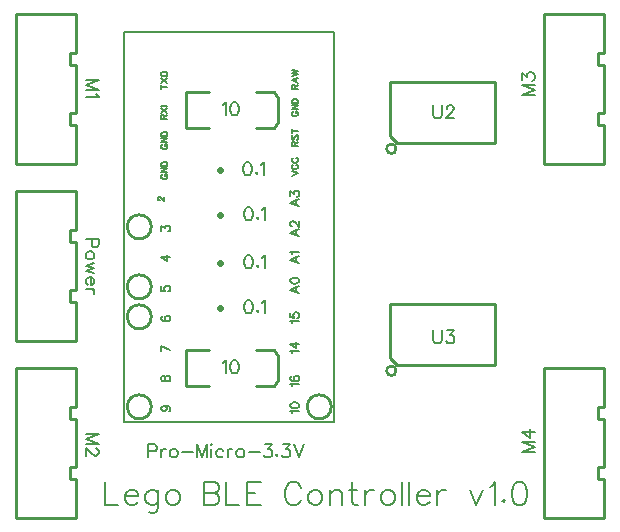
<source format=gto>
G04 ---------------------------- Layer name :TOP SILK LAYER*
G04 easyEDA 0.1*
G04 Scale: 100 percent, Rotated: No, Reflected: No *
G04 Dimensions in inches *
G04 leading zeros omitted , absolute positions ,2 integer and 4 * 
%FSLAX24Y24*%
%MOIN*%
G90*
G70D02*

%ADD10C,0.010000*%
%ADD11C,0.008000*%
%ADD12C,0.022000*%
%ADD13C,0.010000*%
%ADD14C,0.007000*%
%ADD15C,0.006000*%
%ADD16C,0.008000*%

%LPD*%
%LNVIA PAD TRACK COPPERAREA*%
G54D11*
G01X4100Y34300D02*
G01X4100Y21300D01*
G01X11100Y21300D01*
G01X11100Y34300D01*
G01X4100Y34300D01*
G54D10*
G01X12950Y32609D02*
G01X12950Y30830D01*
G01X13200Y30580D01*
G01X16450Y30580D01*
G01X16450Y32619D01*
G01X12950Y32619D01*
G01X12950Y25209D02*
G01X12950Y23430D01*
G01X13200Y23180D01*
G01X16450Y23180D01*
G01X16450Y25219D01*
G01X12950Y25219D01*
G01X500Y29000D02*
G01X2500Y29000D01*
G01X2500Y27700D01*
G01X2300Y27700D01*
G01X2300Y27300D01*
G01X2500Y27300D01*
G01X2500Y25700D01*
G01X2300Y25700D01*
G01X2300Y25300D01*
G01X2500Y25300D01*
G01X2500Y24000D01*
G01X500Y24000D01*
G01X500Y29000D01*
G01X500Y34900D02*
G01X2500Y34900D01*
G01X2500Y33600D01*
G01X2300Y33600D01*
G01X2300Y33200D01*
G01X2500Y33200D01*
G01X2500Y31600D01*
G01X2300Y31600D01*
G01X2300Y31200D01*
G01X2500Y31200D01*
G01X2500Y29900D01*
G01X500Y29900D01*
G01X500Y34900D01*
G01X500Y23100D02*
G01X2500Y23100D01*
G01X2500Y21800D01*
G01X2300Y21800D01*
G01X2300Y21400D01*
G01X2500Y21400D01*
G01X2500Y19800D01*
G01X2300Y19800D01*
G01X2300Y19400D01*
G01X2500Y19400D01*
G01X2500Y18100D01*
G01X500Y18100D01*
G01X500Y23100D01*
G01X18100Y34900D02*
G01X20100Y34900D01*
G01X20100Y33600D01*
G01X19900Y33600D01*
G01X19900Y33200D01*
G01X20100Y33200D01*
G01X20100Y31600D01*
G01X19900Y31600D01*
G01X19900Y31200D01*
G01X20100Y31200D01*
G01X20100Y29900D01*
G01X18100Y29900D01*
G01X18100Y34900D01*
G01X18100Y23100D02*
G01X20100Y23100D01*
G01X20100Y21800D01*
G01X19900Y21800D01*
G01X19900Y21400D01*
G01X20100Y21400D01*
G01X20100Y19800D01*
G01X19900Y19800D01*
G01X19900Y19400D01*
G01X20100Y19400D01*
G01X20100Y18100D01*
G01X18100Y18100D01*
G01X18100Y23100D01*
G01X6910Y31109D02*
G01X6160Y31109D01*
G01X6160Y32290D01*
G01X6910Y32290D01*
G01X8489Y32290D02*
G01X9080Y32290D01*
G01X9239Y32090D01*
G01X9239Y31309D01*
G01X9080Y31109D01*
G01X8489Y31109D01*
G54D12*
G01X7300Y29709D02*
G01X7300Y29690D01*
G01X7300Y28209D02*
G01X7300Y28190D01*
G54D10*
G01X6910Y22509D02*
G01X6160Y22509D01*
G01X6160Y23690D01*
G01X6910Y23690D01*
G01X8489Y23690D02*
G01X9080Y23690D01*
G01X9239Y23490D01*
G01X9239Y22709D01*
G01X9080Y22509D01*
G01X8489Y22509D01*
G54D12*
G01X7300Y26609D02*
G01X7300Y26590D01*
G01X7300Y25109D02*
G01X7300Y25090D01*
G54D14*
G01X4900Y20544D02*
G01X4900Y20115D01*
G01X4900Y20544D02*
G01X5084Y20544D01*
G01X5144Y20525D01*
G01X5165Y20505D01*
G01X5185Y20463D01*
G01X5185Y20402D01*
G01X5165Y20361D01*
G01X5144Y20340D01*
G01X5084Y20319D01*
G01X4900Y20319D01*
G01X5321Y20402D02*
G01X5321Y20115D01*
G01X5321Y20280D02*
G01X5342Y20340D01*
G01X5382Y20382D01*
G01X5423Y20402D01*
G01X5485Y20402D01*
G01X5722Y20402D02*
G01X5681Y20382D01*
G01X5639Y20340D01*
G01X5619Y20280D01*
G01X5619Y20238D01*
G01X5639Y20177D01*
G01X5681Y20136D01*
G01X5722Y20115D01*
G01X5784Y20115D01*
G01X5825Y20136D01*
G01X5864Y20177D01*
G01X5885Y20238D01*
G01X5885Y20280D01*
G01X5864Y20340D01*
G01X5825Y20382D01*
G01X5784Y20402D01*
G01X5722Y20402D01*
G01X6021Y20300D02*
G01X6389Y20300D01*
G01X6523Y20544D02*
G01X6523Y20115D01*
G01X6523Y20544D02*
G01X6688Y20115D01*
G01X6851Y20544D02*
G01X6688Y20115D01*
G01X6851Y20544D02*
G01X6851Y20115D01*
G01X6985Y20544D02*
G01X7006Y20525D01*
G01X7027Y20544D01*
G01X7006Y20565D01*
G01X6985Y20544D01*
G01X7006Y20402D02*
G01X7006Y20115D01*
G01X7407Y20340D02*
G01X7367Y20382D01*
G01X7326Y20402D01*
G01X7264Y20402D01*
G01X7223Y20382D01*
G01X7182Y20340D01*
G01X7161Y20280D01*
G01X7161Y20238D01*
G01X7182Y20177D01*
G01X7223Y20136D01*
G01X7264Y20115D01*
G01X7326Y20115D01*
G01X7367Y20136D01*
G01X7407Y20177D01*
G01X7543Y20402D02*
G01X7543Y20115D01*
G01X7543Y20280D02*
G01X7563Y20340D01*
G01X7603Y20382D01*
G01X7644Y20402D01*
G01X7706Y20402D01*
G01X7943Y20402D02*
G01X7902Y20382D01*
G01X7861Y20340D01*
G01X7840Y20280D01*
G01X7840Y20238D01*
G01X7861Y20177D01*
G01X7902Y20136D01*
G01X7943Y20115D01*
G01X8005Y20115D01*
G01X8046Y20136D01*
G01X8086Y20177D01*
G01X8106Y20238D01*
G01X8106Y20280D01*
G01X8086Y20340D01*
G01X8046Y20382D01*
G01X8005Y20402D01*
G01X7943Y20402D01*
G01X8242Y20300D02*
G01X8610Y20300D01*
G01X8785Y20544D02*
G01X9010Y20544D01*
G01X8889Y20382D01*
G01X8950Y20382D01*
G01X8990Y20361D01*
G01X9010Y20340D01*
G01X9031Y20280D01*
G01X9031Y20238D01*
G01X9010Y20177D01*
G01X8969Y20136D01*
G01X8909Y20115D01*
G01X8847Y20115D01*
G01X8785Y20136D01*
G01X8765Y20157D01*
G01X8744Y20198D01*
G01X9186Y20217D02*
G01X9167Y20198D01*
G01X9186Y20177D01*
G01X9207Y20198D01*
G01X9186Y20217D01*
G01X9384Y20544D02*
G01X9609Y20544D01*
G01X9485Y20382D01*
G01X9547Y20382D01*
G01X9588Y20361D01*
G01X9609Y20340D01*
G01X9628Y20280D01*
G01X9628Y20238D01*
G01X9609Y20177D01*
G01X9568Y20136D01*
G01X9506Y20115D01*
G01X9444Y20115D01*
G01X9384Y20136D01*
G01X9363Y20157D01*
G01X9343Y20198D01*
G01X9764Y20544D02*
G01X9927Y20115D01*
G01X10090Y20544D02*
G01X9927Y20115D01*
G54D15*
G01X5431Y21827D02*
G01X5472Y21813D01*
G01X5500Y21786D01*
G01X5514Y21744D01*
G01X5514Y21732D01*
G01X5500Y21690D01*
G01X5472Y21663D01*
G01X5431Y21650D01*
G01X5418Y21650D01*
G01X5377Y21663D01*
G01X5350Y21690D01*
G01X5335Y21732D01*
G01X5335Y21744D01*
G01X5350Y21786D01*
G01X5377Y21813D01*
G01X5431Y21827D01*
G01X5500Y21827D01*
G01X5568Y21813D01*
G01X5609Y21786D01*
G01X5622Y21744D01*
G01X5622Y21717D01*
G01X5609Y21677D01*
G01X5581Y21663D01*
G01X5335Y22717D02*
G01X5350Y22677D01*
G01X5377Y22663D01*
G01X5405Y22663D01*
G01X5431Y22677D01*
G01X5444Y22705D01*
G01X5459Y22759D01*
G01X5472Y22800D01*
G01X5500Y22827D01*
G01X5527Y22840D01*
G01X5568Y22840D01*
G01X5594Y22827D01*
G01X5609Y22813D01*
G01X5622Y22773D01*
G01X5622Y22717D01*
G01X5609Y22677D01*
G01X5594Y22663D01*
G01X5568Y22650D01*
G01X5527Y22650D01*
G01X5500Y22663D01*
G01X5472Y22690D01*
G01X5459Y22732D01*
G01X5444Y22786D01*
G01X5431Y22813D01*
G01X5405Y22827D01*
G01X5377Y22827D01*
G01X5350Y22813D01*
G01X5335Y22773D01*
G01X5335Y22717D01*
G01X5335Y23840D02*
G01X5622Y23705D01*
G01X5335Y23650D02*
G01X5335Y23840D01*
G01X5377Y24813D02*
G01X5350Y24800D01*
G01X5335Y24759D01*
G01X5335Y24732D01*
G01X5350Y24690D01*
G01X5390Y24663D01*
G01X5459Y24650D01*
G01X5527Y24650D01*
G01X5581Y24663D01*
G01X5609Y24690D01*
G01X5622Y24732D01*
G01X5622Y24744D01*
G01X5609Y24786D01*
G01X5581Y24813D01*
G01X5540Y24827D01*
G01X5527Y24827D01*
G01X5485Y24813D01*
G01X5459Y24786D01*
G01X5444Y24744D01*
G01X5444Y24732D01*
G01X5459Y24690D01*
G01X5485Y24663D01*
G01X5527Y24650D01*
G01X5335Y25813D02*
G01X5335Y25677D01*
G01X5459Y25663D01*
G01X5444Y25677D01*
G01X5431Y25717D01*
G01X5431Y25759D01*
G01X5444Y25800D01*
G01X5472Y25827D01*
G01X5514Y25840D01*
G01X5540Y25840D01*
G01X5581Y25827D01*
G01X5609Y25800D01*
G01X5622Y25759D01*
G01X5622Y25717D01*
G01X5609Y25677D01*
G01X5594Y25663D01*
G01X5568Y25650D01*
G01X5335Y26786D02*
G01X5527Y26650D01*
G01X5527Y26855D01*
G01X5335Y26786D02*
G01X5622Y26786D01*
G01X5335Y27677D02*
G01X5335Y27827D01*
G01X5444Y27744D01*
G01X5444Y27786D01*
G01X5459Y27813D01*
G01X5472Y27827D01*
G01X5514Y27840D01*
G01X5540Y27840D01*
G01X5581Y27827D01*
G01X5609Y27800D01*
G01X5622Y27759D01*
G01X5622Y27717D01*
G01X5609Y27677D01*
G01X5594Y27663D01*
G01X5568Y27650D01*
G01X5280Y28680D02*
G01X5269Y28680D01*
G01X5250Y28690D01*
G01X5239Y28700D01*
G01X5230Y28719D01*
G01X5230Y28759D01*
G01X5239Y28780D01*
G01X5250Y28790D01*
G01X5269Y28800D01*
G01X5289Y28800D01*
G01X5310Y28790D01*
G01X5339Y28769D01*
G01X5439Y28669D01*
G01X5439Y28809D01*
G01X5380Y29550D02*
G01X5360Y29540D01*
G01X5339Y29519D01*
G01X5330Y29500D01*
G01X5330Y29459D01*
G01X5339Y29440D01*
G01X5360Y29419D01*
G01X5380Y29409D01*
G01X5410Y29400D01*
G01X5460Y29400D01*
G01X5489Y29409D01*
G01X5510Y29419D01*
G01X5530Y29440D01*
G01X5539Y29459D01*
G01X5539Y29500D01*
G01X5530Y29519D01*
G01X5510Y29540D01*
G01X5489Y29550D01*
G01X5460Y29550D01*
G01X5460Y29500D02*
G01X5460Y29550D01*
G01X5330Y29615D02*
G01X5539Y29615D01*
G01X5330Y29615D02*
G01X5539Y29755D01*
G01X5330Y29755D02*
G01X5539Y29755D01*
G01X5330Y29821D02*
G01X5539Y29821D01*
G01X5330Y29821D02*
G01X5330Y29892D01*
G01X5339Y29921D01*
G01X5360Y29942D01*
G01X5380Y29952D01*
G01X5410Y29961D01*
G01X5460Y29961D01*
G01X5489Y29952D01*
G01X5510Y29942D01*
G01X5530Y29921D01*
G01X5539Y29892D01*
G01X5539Y29821D01*
G01X5380Y30550D02*
G01X5360Y30540D01*
G01X5339Y30519D01*
G01X5330Y30500D01*
G01X5330Y30459D01*
G01X5339Y30440D01*
G01X5360Y30419D01*
G01X5380Y30409D01*
G01X5410Y30400D01*
G01X5460Y30400D01*
G01X5489Y30409D01*
G01X5510Y30419D01*
G01X5530Y30440D01*
G01X5539Y30459D01*
G01X5539Y30500D01*
G01X5530Y30519D01*
G01X5510Y30540D01*
G01X5489Y30550D01*
G01X5460Y30550D01*
G01X5460Y30500D02*
G01X5460Y30550D01*
G01X5330Y30615D02*
G01X5539Y30615D01*
G01X5330Y30615D02*
G01X5539Y30755D01*
G01X5330Y30755D02*
G01X5539Y30755D01*
G01X5330Y30821D02*
G01X5539Y30821D01*
G01X5330Y30821D02*
G01X5330Y30892D01*
G01X5339Y30921D01*
G01X5360Y30942D01*
G01X5380Y30952D01*
G01X5410Y30961D01*
G01X5460Y30961D01*
G01X5489Y30952D01*
G01X5510Y30942D01*
G01X5530Y30921D01*
G01X5539Y30892D01*
G01X5539Y30821D01*
G01X5330Y31400D02*
G01X5539Y31400D01*
G01X5330Y31400D02*
G01X5330Y31490D01*
G01X5339Y31519D01*
G01X5350Y31530D01*
G01X5369Y31540D01*
G01X5389Y31540D01*
G01X5410Y31530D01*
G01X5419Y31519D01*
G01X5430Y31490D01*
G01X5430Y31400D01*
G01X5430Y31469D02*
G01X5539Y31540D01*
G01X5330Y31605D02*
G01X5539Y31746D01*
G01X5330Y31746D02*
G01X5539Y31605D01*
G01X5330Y31811D02*
G01X5539Y31811D01*
G01X5330Y32469D02*
G01X5539Y32469D01*
G01X5330Y32400D02*
G01X5330Y32540D01*
G01X5330Y32605D02*
G01X5539Y32746D01*
G01X5330Y32746D02*
G01X5539Y32605D01*
G01X5330Y32871D02*
G01X5339Y32852D01*
G01X5360Y32832D01*
G01X5380Y32821D01*
G01X5410Y32811D01*
G01X5460Y32811D01*
G01X5489Y32821D01*
G01X5510Y32832D01*
G01X5530Y32852D01*
G01X5539Y32871D01*
G01X5539Y32911D01*
G01X5530Y32932D01*
G01X5510Y32952D01*
G01X5489Y32961D01*
G01X5460Y32971D01*
G01X5410Y32971D01*
G01X5380Y32961D01*
G01X5360Y32952D01*
G01X5339Y32932D01*
G01X5330Y32911D01*
G01X5330Y32871D01*
G01X9680Y32400D02*
G01X9889Y32400D01*
G01X9680Y32400D02*
G01X9680Y32490D01*
G01X9689Y32519D01*
G01X9700Y32530D01*
G01X9719Y32540D01*
G01X9739Y32540D01*
G01X9760Y32530D01*
G01X9769Y32519D01*
G01X9780Y32490D01*
G01X9780Y32400D01*
G01X9780Y32469D02*
G01X9889Y32540D01*
G01X9680Y32686D02*
G01X9889Y32605D01*
G01X9680Y32686D02*
G01X9889Y32765D01*
G01X9819Y32636D02*
G01X9819Y32736D01*
G01X9680Y32832D02*
G01X9889Y32882D01*
G01X9680Y32932D02*
G01X9889Y32882D01*
G01X9680Y32932D02*
G01X9889Y32982D01*
G01X9680Y33032D02*
G01X9889Y32982D01*
G01X9730Y31650D02*
G01X9710Y31640D01*
G01X9689Y31619D01*
G01X9680Y31600D01*
G01X9680Y31559D01*
G01X9689Y31540D01*
G01X9710Y31519D01*
G01X9730Y31509D01*
G01X9760Y31500D01*
G01X9810Y31500D01*
G01X9839Y31509D01*
G01X9860Y31519D01*
G01X9880Y31540D01*
G01X9889Y31559D01*
G01X9889Y31600D01*
G01X9880Y31619D01*
G01X9860Y31640D01*
G01X9839Y31650D01*
G01X9810Y31650D01*
G01X9810Y31600D02*
G01X9810Y31650D01*
G01X9680Y31715D02*
G01X9889Y31715D01*
G01X9680Y31715D02*
G01X9889Y31855D01*
G01X9680Y31855D02*
G01X9889Y31855D01*
G01X9680Y31921D02*
G01X9889Y31921D01*
G01X9680Y31921D02*
G01X9680Y31992D01*
G01X9689Y32021D01*
G01X9710Y32042D01*
G01X9730Y32052D01*
G01X9760Y32061D01*
G01X9810Y32061D01*
G01X9839Y32052D01*
G01X9860Y32042D01*
G01X9880Y32021D01*
G01X9889Y31992D01*
G01X9889Y31921D01*
G01X9680Y30500D02*
G01X9889Y30500D01*
G01X9680Y30500D02*
G01X9680Y30590D01*
G01X9689Y30619D01*
G01X9700Y30630D01*
G01X9719Y30640D01*
G01X9739Y30640D01*
G01X9760Y30630D01*
G01X9769Y30619D01*
G01X9780Y30590D01*
G01X9780Y30500D01*
G01X9780Y30569D02*
G01X9889Y30640D01*
G01X9710Y30846D02*
G01X9689Y30826D01*
G01X9680Y30796D01*
G01X9680Y30755D01*
G01X9689Y30726D01*
G01X9710Y30705D01*
G01X9730Y30705D01*
G01X9750Y30715D01*
G01X9760Y30726D01*
G01X9769Y30746D01*
G01X9789Y30805D01*
G01X9800Y30826D01*
G01X9810Y30836D01*
G01X9830Y30846D01*
G01X9860Y30846D01*
G01X9880Y30826D01*
G01X9889Y30796D01*
G01X9889Y30755D01*
G01X9880Y30726D01*
G01X9860Y30705D01*
G01X9680Y30982D02*
G01X9889Y30982D01*
G01X9680Y30911D02*
G01X9680Y31052D01*
G01X9680Y29500D02*
G01X9889Y29580D01*
G01X9680Y29659D02*
G01X9889Y29580D01*
G01X9730Y29876D02*
G01X9710Y29865D01*
G01X9689Y29846D01*
G01X9680Y29826D01*
G01X9680Y29786D01*
G01X9689Y29765D01*
G01X9710Y29746D01*
G01X9730Y29736D01*
G01X9760Y29726D01*
G01X9810Y29726D01*
G01X9839Y29736D01*
G01X9860Y29746D01*
G01X9880Y29765D01*
G01X9889Y29786D01*
G01X9889Y29826D01*
G01X9880Y29846D01*
G01X9860Y29865D01*
G01X9839Y29876D01*
G01X9730Y30092D02*
G01X9710Y30082D01*
G01X9689Y30061D01*
G01X9680Y30042D01*
G01X9680Y30002D01*
G01X9689Y29982D01*
G01X9710Y29961D01*
G01X9730Y29952D01*
G01X9760Y29942D01*
G01X9810Y29942D01*
G01X9839Y29952D01*
G01X9860Y29961D01*
G01X9880Y29982D01*
G01X9889Y30002D01*
G01X9889Y30042D01*
G01X9880Y30061D01*
G01X9860Y30082D01*
G01X9839Y30092D01*
G01X9635Y28609D02*
G01X9922Y28500D01*
G01X9635Y28609D02*
G01X9922Y28717D01*
G01X9827Y28540D02*
G01X9827Y28677D01*
G01X9635Y28834D02*
G01X9635Y28984D01*
G01X9744Y28903D01*
G01X9744Y28944D01*
G01X9759Y28971D01*
G01X9772Y28984D01*
G01X9814Y28998D01*
G01X9840Y28998D01*
G01X9881Y28984D01*
G01X9909Y28957D01*
G01X9922Y28917D01*
G01X9922Y28876D01*
G01X9909Y28834D01*
G01X9894Y28821D01*
G01X9868Y28807D01*
G01X9635Y27609D02*
G01X9922Y27500D01*
G01X9635Y27609D02*
G01X9922Y27717D01*
G01X9827Y27540D02*
G01X9827Y27677D01*
G01X9705Y27821D02*
G01X9690Y27821D01*
G01X9664Y27834D01*
G01X9650Y27848D01*
G01X9635Y27876D01*
G01X9635Y27930D01*
G01X9650Y27957D01*
G01X9664Y27971D01*
G01X9690Y27984D01*
G01X9718Y27984D01*
G01X9744Y27971D01*
G01X9785Y27944D01*
G01X9922Y27807D01*
G01X9922Y27998D01*
G01X9635Y26709D02*
G01X9922Y26600D01*
G01X9635Y26709D02*
G01X9922Y26817D01*
G01X9827Y26640D02*
G01X9827Y26777D01*
G01X9690Y26907D02*
G01X9677Y26934D01*
G01X9635Y26976D01*
G01X9922Y26976D01*
G01X9635Y25709D02*
G01X9922Y25600D01*
G01X9635Y25709D02*
G01X9922Y25817D01*
G01X9827Y25640D02*
G01X9827Y25777D01*
G01X9635Y25990D02*
G01X9650Y25948D01*
G01X9690Y25921D01*
G01X9759Y25907D01*
G01X9800Y25907D01*
G01X9868Y25921D01*
G01X9909Y25948D01*
G01X9922Y25990D01*
G01X9922Y26017D01*
G01X9909Y26057D01*
G01X9868Y26084D01*
G01X9800Y26098D01*
G01X9759Y26098D01*
G01X9690Y26084D01*
G01X9650Y26057D01*
G01X9635Y26017D01*
G01X9635Y25990D01*
G01X9690Y24600D02*
G01X9677Y24627D01*
G01X9635Y24667D01*
G01X9922Y24667D01*
G01X9635Y24921D02*
G01X9635Y24784D01*
G01X9759Y24771D01*
G01X9744Y24784D01*
G01X9731Y24826D01*
G01X9731Y24867D01*
G01X9744Y24907D01*
G01X9772Y24934D01*
G01X9814Y24948D01*
G01X9840Y24948D01*
G01X9881Y24934D01*
G01X9909Y24907D01*
G01X9922Y24867D01*
G01X9922Y24826D01*
G01X9909Y24784D01*
G01X9894Y24771D01*
G01X9868Y24757D01*
G01X9690Y23600D02*
G01X9677Y23627D01*
G01X9635Y23667D01*
G01X9922Y23667D01*
G01X9635Y23894D02*
G01X9827Y23757D01*
G01X9827Y23963D01*
G01X9635Y23894D02*
G01X9922Y23894D01*
G01X9690Y22500D02*
G01X9677Y22527D01*
G01X9635Y22567D01*
G01X9922Y22567D01*
G01X9677Y22821D02*
G01X9650Y22807D01*
G01X9635Y22767D01*
G01X9635Y22740D01*
G01X9650Y22698D01*
G01X9690Y22671D01*
G01X9759Y22657D01*
G01X9827Y22657D01*
G01X9881Y22671D01*
G01X9909Y22698D01*
G01X9922Y22740D01*
G01X9922Y22753D01*
G01X9909Y22794D01*
G01X9881Y22821D01*
G01X9840Y22834D01*
G01X9827Y22834D01*
G01X9785Y22821D01*
G01X9759Y22794D01*
G01X9744Y22753D01*
G01X9744Y22740D01*
G01X9759Y22698D01*
G01X9785Y22671D01*
G01X9827Y22657D01*
G01X9690Y21600D02*
G01X9677Y21627D01*
G01X9635Y21667D01*
G01X9922Y21667D01*
G01X9635Y21840D02*
G01X9650Y21798D01*
G01X9690Y21771D01*
G01X9759Y21757D01*
G01X9800Y21757D01*
G01X9868Y21771D01*
G01X9909Y21798D01*
G01X9922Y21840D01*
G01X9922Y21867D01*
G01X9909Y21907D01*
G01X9868Y21934D01*
G01X9800Y21948D01*
G01X9759Y21948D01*
G01X9690Y21934D01*
G01X9650Y21907D01*
G01X9635Y21867D01*
G01X9635Y21840D01*
G54D14*
G01X14400Y31844D02*
G01X14400Y31538D01*
G01X14419Y31477D01*
G01X14460Y31436D01*
G01X14522Y31415D01*
G01X14564Y31415D01*
G01X14625Y31436D01*
G01X14665Y31477D01*
G01X14685Y31538D01*
G01X14685Y31844D01*
G01X14842Y31742D02*
G01X14842Y31763D01*
G01X14861Y31803D01*
G01X14882Y31825D01*
G01X14923Y31844D01*
G01X15005Y31844D01*
G01X15046Y31825D01*
G01X15067Y31803D01*
G01X15086Y31763D01*
G01X15086Y31721D01*
G01X15067Y31680D01*
G01X15026Y31619D01*
G01X14821Y31415D01*
G01X15107Y31415D01*
G01X14400Y24344D02*
G01X14400Y24038D01*
G01X14419Y23977D01*
G01X14460Y23936D01*
G01X14522Y23915D01*
G01X14564Y23915D01*
G01X14625Y23936D01*
G01X14665Y23977D01*
G01X14685Y24038D01*
G01X14685Y24344D01*
G01X14861Y24344D02*
G01X15086Y24344D01*
G01X14964Y24180D01*
G01X15026Y24180D01*
G01X15067Y24161D01*
G01X15086Y24140D01*
G01X15107Y24078D01*
G01X15107Y24038D01*
G01X15086Y23977D01*
G01X15046Y23936D01*
G01X14985Y23915D01*
G01X14923Y23915D01*
G01X14861Y23936D01*
G01X14842Y23955D01*
G01X14821Y23996D01*
G01X3244Y27400D02*
G01X2815Y27400D01*
G01X3244Y27400D02*
G01X3244Y27215D01*
G01X3225Y27155D01*
G01X3205Y27134D01*
G01X3163Y27113D01*
G01X3101Y27113D01*
G01X3061Y27134D01*
G01X3040Y27155D01*
G01X3019Y27215D01*
G01X3019Y27400D01*
G01X3101Y26876D02*
G01X3082Y26917D01*
G01X3040Y26957D01*
G01X2980Y26978D01*
G01X2938Y26978D01*
G01X2876Y26957D01*
G01X2836Y26917D01*
G01X2815Y26876D01*
G01X2815Y26815D01*
G01X2836Y26773D01*
G01X2876Y26732D01*
G01X2938Y26713D01*
G01X2980Y26713D01*
G01X3040Y26732D01*
G01X3082Y26773D01*
G01X3101Y26815D01*
G01X3101Y26876D01*
G01X3101Y26578D02*
G01X2815Y26496D01*
G01X3101Y26413D02*
G01X2815Y26496D01*
G01X3101Y26413D02*
G01X2815Y26332D01*
G01X3101Y26250D02*
G01X2815Y26332D01*
G01X2980Y26115D02*
G01X2980Y25869D01*
G01X3019Y25869D01*
G01X3061Y25890D01*
G01X3082Y25911D01*
G01X3101Y25952D01*
G01X3101Y26013D01*
G01X3082Y26053D01*
G01X3040Y26094D01*
G01X2980Y26115D01*
G01X2938Y26115D01*
G01X2876Y26094D01*
G01X2836Y26053D01*
G01X2815Y26013D01*
G01X2815Y25952D01*
G01X2836Y25911D01*
G01X2876Y25869D01*
G01X3101Y25734D02*
G01X2815Y25734D01*
G01X2980Y25734D02*
G01X3040Y25715D01*
G01X3082Y25673D01*
G01X3101Y25632D01*
G01X3101Y25571D01*
G01X3244Y32700D02*
G01X2815Y32700D01*
G01X3244Y32700D02*
G01X2815Y32536D01*
G01X3244Y32373D02*
G01X2815Y32536D01*
G01X3244Y32373D02*
G01X2815Y32373D01*
G01X3163Y32238D02*
G01X3184Y32196D01*
G01X3244Y32134D01*
G01X2815Y32134D01*
G01X3244Y20900D02*
G01X2815Y20900D01*
G01X3244Y20900D02*
G01X2815Y20736D01*
G01X3244Y20573D02*
G01X2815Y20736D01*
G01X3244Y20573D02*
G01X2815Y20573D01*
G01X3142Y20417D02*
G01X3163Y20417D01*
G01X3205Y20396D01*
G01X3225Y20376D01*
G01X3244Y20334D01*
G01X3244Y20253D01*
G01X3225Y20213D01*
G01X3205Y20192D01*
G01X3163Y20171D01*
G01X3123Y20171D01*
G01X3082Y20192D01*
G01X3019Y20232D01*
G01X2815Y20438D01*
G01X2815Y20151D01*
G01X17355Y32200D02*
G01X17784Y32200D01*
G01X17355Y32200D02*
G01X17784Y32363D01*
G01X17355Y32527D02*
G01X17784Y32363D01*
G01X17355Y32527D02*
G01X17784Y32527D01*
G01X17355Y32703D02*
G01X17355Y32928D01*
G01X17518Y32805D01*
G01X17518Y32867D01*
G01X17539Y32907D01*
G01X17559Y32928D01*
G01X17619Y32948D01*
G01X17660Y32948D01*
G01X17722Y32928D01*
G01X17764Y32886D01*
G01X17784Y32826D01*
G01X17784Y32765D01*
G01X17764Y32703D01*
G01X17743Y32682D01*
G01X17702Y32661D01*
G01X17355Y20300D02*
G01X17784Y20300D01*
G01X17355Y20300D02*
G01X17784Y20463D01*
G01X17355Y20627D02*
G01X17784Y20463D01*
G01X17355Y20627D02*
G01X17784Y20627D01*
G01X17355Y20967D02*
G01X17640Y20761D01*
G01X17640Y21069D01*
G01X17355Y20967D02*
G01X17784Y20967D01*
G01X7400Y31863D02*
G01X7440Y31884D01*
G01X7502Y31944D01*
G01X7502Y31515D01*
G01X7760Y31944D02*
G01X7698Y31925D01*
G01X7657Y31863D01*
G01X7636Y31761D01*
G01X7636Y31700D01*
G01X7657Y31598D01*
G01X7698Y31536D01*
G01X7760Y31515D01*
G01X7801Y31515D01*
G01X7861Y31536D01*
G01X7902Y31598D01*
G01X7923Y31700D01*
G01X7923Y31761D01*
G01X7902Y31863D01*
G01X7861Y31925D01*
G01X7801Y31944D01*
G01X7760Y31944D01*
G01X8193Y29944D02*
G01X8131Y29925D01*
G01X8089Y29863D01*
G01X8069Y29761D01*
G01X8069Y29700D01*
G01X8089Y29598D01*
G01X8131Y29536D01*
G01X8193Y29515D01*
G01X8234Y29515D01*
G01X8294Y29536D01*
G01X8335Y29598D01*
G01X8356Y29700D01*
G01X8356Y29761D01*
G01X8335Y29863D01*
G01X8294Y29925D01*
G01X8234Y29944D01*
G01X8193Y29944D01*
G01X8511Y29617D02*
G01X8490Y29598D01*
G01X8511Y29577D01*
G01X8531Y29598D01*
G01X8511Y29617D01*
G01X8667Y29863D02*
G01X8707Y29884D01*
G01X8769Y29944D01*
G01X8769Y29515D01*
G01X8222Y28444D02*
G01X8160Y28425D01*
G01X8119Y28363D01*
G01X8100Y28261D01*
G01X8100Y28200D01*
G01X8119Y28098D01*
G01X8160Y28036D01*
G01X8222Y28015D01*
G01X8264Y28015D01*
G01X8325Y28036D01*
G01X8365Y28098D01*
G01X8385Y28200D01*
G01X8385Y28261D01*
G01X8365Y28363D01*
G01X8325Y28425D01*
G01X8264Y28444D01*
G01X8222Y28444D01*
G01X8542Y28117D02*
G01X8521Y28098D01*
G01X8542Y28077D01*
G01X8561Y28098D01*
G01X8542Y28117D01*
G01X8697Y28363D02*
G01X8738Y28384D01*
G01X8800Y28444D01*
G01X8800Y28015D01*
G01X7400Y23263D02*
G01X7440Y23284D01*
G01X7502Y23344D01*
G01X7502Y22915D01*
G01X7760Y23344D02*
G01X7698Y23325D01*
G01X7657Y23263D01*
G01X7636Y23161D01*
G01X7636Y23100D01*
G01X7657Y22998D01*
G01X7698Y22936D01*
G01X7760Y22915D01*
G01X7801Y22915D01*
G01X7861Y22936D01*
G01X7902Y22998D01*
G01X7923Y23100D01*
G01X7923Y23161D01*
G01X7902Y23263D01*
G01X7861Y23325D01*
G01X7801Y23344D01*
G01X7760Y23344D01*
G01X8222Y26844D02*
G01X8160Y26825D01*
G01X8119Y26763D01*
G01X8100Y26661D01*
G01X8100Y26600D01*
G01X8119Y26498D01*
G01X8160Y26436D01*
G01X8222Y26415D01*
G01X8264Y26415D01*
G01X8325Y26436D01*
G01X8365Y26498D01*
G01X8385Y26600D01*
G01X8385Y26661D01*
G01X8365Y26763D01*
G01X8325Y26825D01*
G01X8264Y26844D01*
G01X8222Y26844D01*
G01X8542Y26517D02*
G01X8521Y26498D01*
G01X8542Y26477D01*
G01X8561Y26498D01*
G01X8542Y26517D01*
G01X8697Y26763D02*
G01X8738Y26784D01*
G01X8800Y26844D01*
G01X8800Y26415D01*
G01X8222Y25344D02*
G01X8160Y25325D01*
G01X8119Y25263D01*
G01X8100Y25161D01*
G01X8100Y25100D01*
G01X8119Y24998D01*
G01X8160Y24936D01*
G01X8222Y24915D01*
G01X8264Y24915D01*
G01X8325Y24936D01*
G01X8365Y24998D01*
G01X8385Y25100D01*
G01X8385Y25161D01*
G01X8365Y25263D01*
G01X8325Y25325D01*
G01X8264Y25344D01*
G01X8222Y25344D01*
G01X8542Y25017D02*
G01X8521Y24998D01*
G01X8542Y24977D01*
G01X8561Y24998D01*
G01X8542Y25017D01*
G01X8697Y25263D02*
G01X8738Y25284D01*
G01X8800Y25344D01*
G01X8800Y24915D01*
G54D16*
G01X3450Y19286D02*
G01X3450Y18523D01*
G01X3450Y18523D02*
G01X3886Y18523D01*
G01X4126Y18813D02*
G01X4563Y18813D01*
G01X4563Y18886D01*
G01X4526Y18959D01*
G01X4490Y18994D01*
G01X4417Y19032D01*
G01X4307Y19032D01*
G01X4234Y18994D01*
G01X4163Y18923D01*
G01X4126Y18813D01*
G01X4126Y18740D01*
G01X4163Y18632D01*
G01X4234Y18559D01*
G01X4307Y18523D01*
G01X4417Y18523D01*
G01X4490Y18559D01*
G01X4563Y18632D01*
G01X5239Y19032D02*
G01X5239Y18450D01*
G01X5202Y18340D01*
G01X5165Y18305D01*
G01X5093Y18267D01*
G01X4985Y18267D01*
G01X4911Y18305D01*
G01X5239Y18923D02*
G01X5165Y18994D01*
G01X5093Y19032D01*
G01X4985Y19032D01*
G01X4911Y18994D01*
G01X4839Y18923D01*
G01X4802Y18813D01*
G01X4802Y18740D01*
G01X4839Y18632D01*
G01X4911Y18559D01*
G01X4985Y18523D01*
G01X5093Y18523D01*
G01X5165Y18559D01*
G01X5239Y18632D01*
G01X5660Y19032D02*
G01X5588Y18994D01*
G01X5514Y18923D01*
G01X5478Y18813D01*
G01X5478Y18740D01*
G01X5514Y18632D01*
G01X5588Y18559D01*
G01X5660Y18523D01*
G01X5769Y18523D01*
G01X5843Y18559D01*
G01X5914Y18632D01*
G01X5952Y18740D01*
G01X5952Y18813D01*
G01X5914Y18923D01*
G01X5843Y18994D01*
G01X5769Y19032D01*
G01X5660Y19032D01*
G01X6752Y19286D02*
G01X6752Y18523D01*
G01X6752Y19286D02*
G01X7078Y19286D01*
G01X7188Y19250D01*
G01X7225Y19213D01*
G01X7260Y19140D01*
G01X7260Y19067D01*
G01X7225Y18994D01*
G01X7188Y18959D01*
G01X7078Y18923D01*
G01X6752Y18923D02*
G01X7078Y18923D01*
G01X7188Y18886D01*
G01X7225Y18850D01*
G01X7260Y18777D01*
G01X7260Y18667D01*
G01X7225Y18594D01*
G01X7188Y18559D01*
G01X7078Y18523D01*
G01X6752Y18523D01*
G01X7501Y19286D02*
G01X7501Y18523D01*
G01X7501Y18523D02*
G01X7936Y18523D01*
G01X8177Y19286D02*
G01X8177Y18523D01*
G01X8177Y19286D02*
G01X8650Y19286D01*
G01X8177Y18923D02*
G01X8468Y18923D01*
G01X8177Y18523D02*
G01X8650Y18523D01*
G01X9994Y19105D02*
G01X9959Y19177D01*
G01X9885Y19250D01*
G01X9814Y19286D01*
G01X9668Y19286D01*
G01X9594Y19250D01*
G01X9522Y19177D01*
G01X9485Y19105D01*
G01X9450Y18994D01*
G01X9450Y18813D01*
G01X9485Y18705D01*
G01X9522Y18632D01*
G01X9594Y18559D01*
G01X9668Y18523D01*
G01X9814Y18523D01*
G01X9885Y18559D01*
G01X9959Y18632D01*
G01X9994Y18705D01*
G01X10417Y19032D02*
G01X10344Y18994D01*
G01X10272Y18923D01*
G01X10235Y18813D01*
G01X10235Y18740D01*
G01X10272Y18632D01*
G01X10344Y18559D01*
G01X10417Y18523D01*
G01X10526Y18523D01*
G01X10598Y18559D01*
G01X10672Y18632D01*
G01X10707Y18740D01*
G01X10707Y18813D01*
G01X10672Y18923D01*
G01X10598Y18994D01*
G01X10526Y19032D01*
G01X10417Y19032D01*
G01X10947Y19032D02*
G01X10947Y18523D01*
G01X10947Y18886D02*
G01X11056Y18994D01*
G01X11130Y19032D01*
G01X11239Y19032D01*
G01X11311Y18994D01*
G01X11347Y18886D01*
G01X11347Y18523D01*
G01X11697Y19286D02*
G01X11697Y18667D01*
G01X11734Y18559D01*
G01X11806Y18523D01*
G01X11878Y18523D01*
G01X11588Y19032D02*
G01X11843Y19032D01*
G01X12118Y19032D02*
G01X12118Y18523D01*
G01X12118Y18813D02*
G01X12155Y18923D01*
G01X12227Y18994D01*
G01X12301Y19032D01*
G01X12410Y19032D01*
G01X12831Y19032D02*
G01X12759Y18994D01*
G01X12685Y18923D01*
G01X12650Y18813D01*
G01X12650Y18740D01*
G01X12685Y18632D01*
G01X12759Y18559D01*
G01X12831Y18523D01*
G01X12940Y18523D01*
G01X13014Y18559D01*
G01X13085Y18632D01*
G01X13122Y18740D01*
G01X13122Y18813D01*
G01X13085Y18923D01*
G01X13014Y18994D01*
G01X12940Y19032D01*
G01X12831Y19032D01*
G01X13363Y19286D02*
G01X13363Y18523D01*
G01X13602Y19286D02*
G01X13602Y18523D01*
G01X13843Y18813D02*
G01X14278Y18813D01*
G01X14278Y18886D01*
G01X14243Y18959D01*
G01X14206Y18994D01*
G01X14134Y19032D01*
G01X14025Y19032D01*
G01X13952Y18994D01*
G01X13878Y18923D01*
G01X13843Y18813D01*
G01X13843Y18740D01*
G01X13878Y18632D01*
G01X13952Y18559D01*
G01X14025Y18523D01*
G01X14134Y18523D01*
G01X14206Y18559D01*
G01X14278Y18632D01*
G01X14518Y19032D02*
G01X14518Y18523D01*
G01X14518Y18813D02*
G01X14555Y18923D01*
G01X14627Y18994D01*
G01X14701Y19032D01*
G01X14810Y19032D01*
G01X15610Y19032D02*
G01X15827Y18523D01*
G01X16046Y19032D02*
G01X15827Y18523D01*
G01X16285Y19140D02*
G01X16359Y19177D01*
G01X16468Y19286D01*
G01X16468Y18523D01*
G01X16744Y18705D02*
G01X16707Y18667D01*
G01X16744Y18632D01*
G01X16781Y18667D01*
G01X16744Y18705D01*
G01X17239Y19286D02*
G01X17130Y19250D01*
G01X17056Y19140D01*
G01X17021Y18959D01*
G01X17021Y18850D01*
G01X17056Y18667D01*
G01X17130Y18559D01*
G01X17239Y18523D01*
G01X17311Y18523D01*
G01X17421Y18559D01*
G01X17493Y18667D01*
G01X17530Y18850D01*
G01X17530Y18959D01*
G01X17493Y19140D01*
G01X17421Y19250D01*
G01X17311Y19286D01*
G01X17239Y19286D01*
G54D13*
G75*
G01X5000Y24800D02*
G03X5000Y24800I-400J0D01*
G01*
G75*
G01X5000Y25800D02*
G03X5000Y25800I-400J0D01*
G01*
G75*
G01X5000Y27800D02*
G03X5000Y27800I-400J0D01*
G01*
G75*
G01X5000Y21800D02*
G03X5000Y21800I-400J0D01*
G01*
G75*
G01X11000Y21800D02*
G03X11000Y21800I-400J0D01*
G01*
G54D10*
G75*
G01X13160Y30400D02*
G03X13160Y30400I-160J0D01*
G01*
G75*
G01X13160Y23000D02*
G03X13160Y23000I-160J0D01*
G01*

M00*
M02*
</source>
